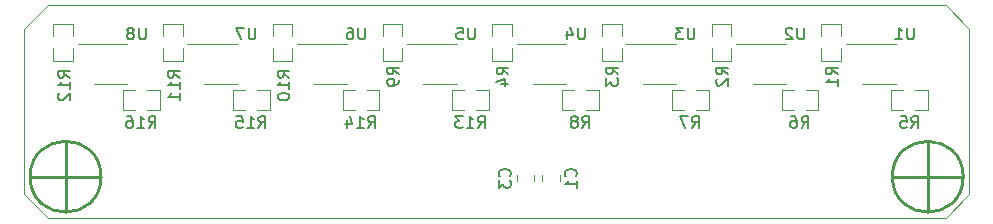
<source format=gbr>
%TF.GenerationSoftware,KiCad,Pcbnew,(7.0.0)*%
%TF.CreationDate,2023-10-30T21:48:48-03:00*%
%TF.ProjectId,QRE1113_Line_Sensors_x8,51524531-3131-4335-9f4c-696e655f5365,rev?*%
%TF.SameCoordinates,Original*%
%TF.FileFunction,Legend,Bot*%
%TF.FilePolarity,Positive*%
%FSLAX46Y46*%
G04 Gerber Fmt 4.6, Leading zero omitted, Abs format (unit mm)*
G04 Created by KiCad (PCBNEW (7.0.0)) date 2023-10-30 21:48:48*
%MOMM*%
%LPD*%
G01*
G04 APERTURE LIST*
%ADD10C,0.200000*%
%ADD11C,0.150000*%
%ADD12C,0.254000*%
%ADD13C,0.099060*%
%ADD14C,0.120000*%
%TA.AperFunction,Profile*%
%ADD15C,0.100000*%
%TD*%
G04 APERTURE END LIST*
D10*
%TO.C,R14*%
X149116207Y-66367380D02*
X149449540Y-65891190D01*
X149687635Y-66367380D02*
X149687635Y-65367380D01*
X149687635Y-65367380D02*
X149306683Y-65367380D01*
X149306683Y-65367380D02*
X149211445Y-65415000D01*
X149211445Y-65415000D02*
X149163826Y-65462619D01*
X149163826Y-65462619D02*
X149116207Y-65557857D01*
X149116207Y-65557857D02*
X149116207Y-65700714D01*
X149116207Y-65700714D02*
X149163826Y-65795952D01*
X149163826Y-65795952D02*
X149211445Y-65843571D01*
X149211445Y-65843571D02*
X149306683Y-65891190D01*
X149306683Y-65891190D02*
X149687635Y-65891190D01*
X148163826Y-66367380D02*
X148735254Y-66367380D01*
X148449540Y-66367380D02*
X148449540Y-65367380D01*
X148449540Y-65367380D02*
X148544778Y-65510238D01*
X148544778Y-65510238D02*
X148640016Y-65605476D01*
X148640016Y-65605476D02*
X148735254Y-65653095D01*
X147306683Y-65700714D02*
X147306683Y-66367380D01*
X147544778Y-65319761D02*
X147782873Y-66034047D01*
X147782873Y-66034047D02*
X147163826Y-66034047D01*
%TO.C,U8*%
X130284403Y-57867380D02*
X130284403Y-58676904D01*
X130284403Y-58676904D02*
X130236784Y-58772142D01*
X130236784Y-58772142D02*
X130189165Y-58819761D01*
X130189165Y-58819761D02*
X130093927Y-58867380D01*
X130093927Y-58867380D02*
X129903451Y-58867380D01*
X129903451Y-58867380D02*
X129808213Y-58819761D01*
X129808213Y-58819761D02*
X129760594Y-58772142D01*
X129760594Y-58772142D02*
X129712975Y-58676904D01*
X129712975Y-58676904D02*
X129712975Y-57867380D01*
X129093927Y-58295952D02*
X129189165Y-58248333D01*
X129189165Y-58248333D02*
X129236784Y-58200714D01*
X129236784Y-58200714D02*
X129284403Y-58105476D01*
X129284403Y-58105476D02*
X129284403Y-58057857D01*
X129284403Y-58057857D02*
X129236784Y-57962619D01*
X129236784Y-57962619D02*
X129189165Y-57915000D01*
X129189165Y-57915000D02*
X129093927Y-57867380D01*
X129093927Y-57867380D02*
X128903451Y-57867380D01*
X128903451Y-57867380D02*
X128808213Y-57915000D01*
X128808213Y-57915000D02*
X128760594Y-57962619D01*
X128760594Y-57962619D02*
X128712975Y-58057857D01*
X128712975Y-58057857D02*
X128712975Y-58105476D01*
X128712975Y-58105476D02*
X128760594Y-58200714D01*
X128760594Y-58200714D02*
X128808213Y-58248333D01*
X128808213Y-58248333D02*
X128903451Y-58295952D01*
X128903451Y-58295952D02*
X129093927Y-58295952D01*
X129093927Y-58295952D02*
X129189165Y-58343571D01*
X129189165Y-58343571D02*
X129236784Y-58391190D01*
X129236784Y-58391190D02*
X129284403Y-58486428D01*
X129284403Y-58486428D02*
X129284403Y-58676904D01*
X129284403Y-58676904D02*
X129236784Y-58772142D01*
X129236784Y-58772142D02*
X129189165Y-58819761D01*
X129189165Y-58819761D02*
X129093927Y-58867380D01*
X129093927Y-58867380D02*
X128903451Y-58867380D01*
X128903451Y-58867380D02*
X128808213Y-58819761D01*
X128808213Y-58819761D02*
X128760594Y-58772142D01*
X128760594Y-58772142D02*
X128712975Y-58676904D01*
X128712975Y-58676904D02*
X128712975Y-58486428D01*
X128712975Y-58486428D02*
X128760594Y-58391190D01*
X128760594Y-58391190D02*
X128808213Y-58343571D01*
X128808213Y-58343571D02*
X128903451Y-58295952D01*
%TO.C,R16*%
X130532356Y-66367380D02*
X130865689Y-65891190D01*
X131103784Y-66367380D02*
X131103784Y-65367380D01*
X131103784Y-65367380D02*
X130722832Y-65367380D01*
X130722832Y-65367380D02*
X130627594Y-65415000D01*
X130627594Y-65415000D02*
X130579975Y-65462619D01*
X130579975Y-65462619D02*
X130532356Y-65557857D01*
X130532356Y-65557857D02*
X130532356Y-65700714D01*
X130532356Y-65700714D02*
X130579975Y-65795952D01*
X130579975Y-65795952D02*
X130627594Y-65843571D01*
X130627594Y-65843571D02*
X130722832Y-65891190D01*
X130722832Y-65891190D02*
X131103784Y-65891190D01*
X129579975Y-66367380D02*
X130151403Y-66367380D01*
X129865689Y-66367380D02*
X129865689Y-65367380D01*
X129865689Y-65367380D02*
X129960927Y-65510238D01*
X129960927Y-65510238D02*
X130056165Y-65605476D01*
X130056165Y-65605476D02*
X130151403Y-65653095D01*
X128722832Y-65367380D02*
X128913308Y-65367380D01*
X128913308Y-65367380D02*
X129008546Y-65415000D01*
X129008546Y-65415000D02*
X129056165Y-65462619D01*
X129056165Y-65462619D02*
X129151403Y-65605476D01*
X129151403Y-65605476D02*
X129199022Y-65795952D01*
X129199022Y-65795952D02*
X129199022Y-66176904D01*
X129199022Y-66176904D02*
X129151403Y-66272142D01*
X129151403Y-66272142D02*
X129103784Y-66319761D01*
X129103784Y-66319761D02*
X129008546Y-66367380D01*
X129008546Y-66367380D02*
X128818070Y-66367380D01*
X128818070Y-66367380D02*
X128722832Y-66319761D01*
X128722832Y-66319761D02*
X128675213Y-66272142D01*
X128675213Y-66272142D02*
X128627594Y-66176904D01*
X128627594Y-66176904D02*
X128627594Y-65938809D01*
X128627594Y-65938809D02*
X128675213Y-65843571D01*
X128675213Y-65843571D02*
X128722832Y-65795952D01*
X128722832Y-65795952D02*
X128818070Y-65748333D01*
X128818070Y-65748333D02*
X129008546Y-65748333D01*
X129008546Y-65748333D02*
X129103784Y-65795952D01*
X129103784Y-65795952D02*
X129151403Y-65843571D01*
X129151403Y-65843571D02*
X129199022Y-65938809D01*
%TO.C,U1*%
X195327874Y-57867380D02*
X195327874Y-58676904D01*
X195327874Y-58676904D02*
X195280255Y-58772142D01*
X195280255Y-58772142D02*
X195232636Y-58819761D01*
X195232636Y-58819761D02*
X195137398Y-58867380D01*
X195137398Y-58867380D02*
X194946922Y-58867380D01*
X194946922Y-58867380D02*
X194851684Y-58819761D01*
X194851684Y-58819761D02*
X194804065Y-58772142D01*
X194804065Y-58772142D02*
X194756446Y-58676904D01*
X194756446Y-58676904D02*
X194756446Y-57867380D01*
X193756446Y-58867380D02*
X194327874Y-58867380D01*
X194042160Y-58867380D02*
X194042160Y-57867380D01*
X194042160Y-57867380D02*
X194137398Y-58010238D01*
X194137398Y-58010238D02*
X194232636Y-58105476D01*
X194232636Y-58105476D02*
X194327874Y-58153095D01*
%TO.C,C1*%
X166682142Y-70473333D02*
X166729761Y-70425714D01*
X166729761Y-70425714D02*
X166777380Y-70282857D01*
X166777380Y-70282857D02*
X166777380Y-70187619D01*
X166777380Y-70187619D02*
X166729761Y-70044762D01*
X166729761Y-70044762D02*
X166634523Y-69949524D01*
X166634523Y-69949524D02*
X166539285Y-69901905D01*
X166539285Y-69901905D02*
X166348809Y-69854286D01*
X166348809Y-69854286D02*
X166205952Y-69854286D01*
X166205952Y-69854286D02*
X166015476Y-69901905D01*
X166015476Y-69901905D02*
X165920238Y-69949524D01*
X165920238Y-69949524D02*
X165825000Y-70044762D01*
X165825000Y-70044762D02*
X165777380Y-70187619D01*
X165777380Y-70187619D02*
X165777380Y-70282857D01*
X165777380Y-70282857D02*
X165825000Y-70425714D01*
X165825000Y-70425714D02*
X165872619Y-70473333D01*
X166777380Y-71425714D02*
X166777380Y-70854286D01*
X166777380Y-71140000D02*
X165777380Y-71140000D01*
X165777380Y-71140000D02*
X165920238Y-71044762D01*
X165920238Y-71044762D02*
X166015476Y-70949524D01*
X166015476Y-70949524D02*
X166063095Y-70854286D01*
%TO.C,R12*%
X123867380Y-62107142D02*
X123391190Y-61773809D01*
X123867380Y-61535714D02*
X122867380Y-61535714D01*
X122867380Y-61535714D02*
X122867380Y-61916666D01*
X122867380Y-61916666D02*
X122915000Y-62011904D01*
X122915000Y-62011904D02*
X122962619Y-62059523D01*
X122962619Y-62059523D02*
X123057857Y-62107142D01*
X123057857Y-62107142D02*
X123200714Y-62107142D01*
X123200714Y-62107142D02*
X123295952Y-62059523D01*
X123295952Y-62059523D02*
X123343571Y-62011904D01*
X123343571Y-62011904D02*
X123391190Y-61916666D01*
X123391190Y-61916666D02*
X123391190Y-61535714D01*
X123867380Y-63059523D02*
X123867380Y-62488095D01*
X123867380Y-62773809D02*
X122867380Y-62773809D01*
X122867380Y-62773809D02*
X123010238Y-62678571D01*
X123010238Y-62678571D02*
X123105476Y-62583333D01*
X123105476Y-62583333D02*
X123153095Y-62488095D01*
X122962619Y-63440476D02*
X122915000Y-63488095D01*
X122915000Y-63488095D02*
X122867380Y-63583333D01*
X122867380Y-63583333D02*
X122867380Y-63821428D01*
X122867380Y-63821428D02*
X122915000Y-63916666D01*
X122915000Y-63916666D02*
X122962619Y-63964285D01*
X122962619Y-63964285D02*
X123057857Y-64011904D01*
X123057857Y-64011904D02*
X123153095Y-64011904D01*
X123153095Y-64011904D02*
X123295952Y-63964285D01*
X123295952Y-63964285D02*
X123867380Y-63392857D01*
X123867380Y-63392857D02*
X123867380Y-64011904D01*
%TO.C,U6*%
X148868254Y-57867380D02*
X148868254Y-58676904D01*
X148868254Y-58676904D02*
X148820635Y-58772142D01*
X148820635Y-58772142D02*
X148773016Y-58819761D01*
X148773016Y-58819761D02*
X148677778Y-58867380D01*
X148677778Y-58867380D02*
X148487302Y-58867380D01*
X148487302Y-58867380D02*
X148392064Y-58819761D01*
X148392064Y-58819761D02*
X148344445Y-58772142D01*
X148344445Y-58772142D02*
X148296826Y-58676904D01*
X148296826Y-58676904D02*
X148296826Y-57867380D01*
X147392064Y-57867380D02*
X147582540Y-57867380D01*
X147582540Y-57867380D02*
X147677778Y-57915000D01*
X147677778Y-57915000D02*
X147725397Y-57962619D01*
X147725397Y-57962619D02*
X147820635Y-58105476D01*
X147820635Y-58105476D02*
X147868254Y-58295952D01*
X147868254Y-58295952D02*
X147868254Y-58676904D01*
X147868254Y-58676904D02*
X147820635Y-58772142D01*
X147820635Y-58772142D02*
X147773016Y-58819761D01*
X147773016Y-58819761D02*
X147677778Y-58867380D01*
X147677778Y-58867380D02*
X147487302Y-58867380D01*
X147487302Y-58867380D02*
X147392064Y-58819761D01*
X147392064Y-58819761D02*
X147344445Y-58772142D01*
X147344445Y-58772142D02*
X147296826Y-58676904D01*
X147296826Y-58676904D02*
X147296826Y-58438809D01*
X147296826Y-58438809D02*
X147344445Y-58343571D01*
X147344445Y-58343571D02*
X147392064Y-58295952D01*
X147392064Y-58295952D02*
X147487302Y-58248333D01*
X147487302Y-58248333D02*
X147677778Y-58248333D01*
X147677778Y-58248333D02*
X147773016Y-58295952D01*
X147773016Y-58295952D02*
X147820635Y-58343571D01*
X147820635Y-58343571D02*
X147868254Y-58438809D01*
%TO.C,R8*%
X167223864Y-66367380D02*
X167557197Y-65891190D01*
X167795292Y-66367380D02*
X167795292Y-65367380D01*
X167795292Y-65367380D02*
X167414340Y-65367380D01*
X167414340Y-65367380D02*
X167319102Y-65415000D01*
X167319102Y-65415000D02*
X167271483Y-65462619D01*
X167271483Y-65462619D02*
X167223864Y-65557857D01*
X167223864Y-65557857D02*
X167223864Y-65700714D01*
X167223864Y-65700714D02*
X167271483Y-65795952D01*
X167271483Y-65795952D02*
X167319102Y-65843571D01*
X167319102Y-65843571D02*
X167414340Y-65891190D01*
X167414340Y-65891190D02*
X167795292Y-65891190D01*
X166652435Y-65795952D02*
X166747673Y-65748333D01*
X166747673Y-65748333D02*
X166795292Y-65700714D01*
X166795292Y-65700714D02*
X166842911Y-65605476D01*
X166842911Y-65605476D02*
X166842911Y-65557857D01*
X166842911Y-65557857D02*
X166795292Y-65462619D01*
X166795292Y-65462619D02*
X166747673Y-65415000D01*
X166747673Y-65415000D02*
X166652435Y-65367380D01*
X166652435Y-65367380D02*
X166461959Y-65367380D01*
X166461959Y-65367380D02*
X166366721Y-65415000D01*
X166366721Y-65415000D02*
X166319102Y-65462619D01*
X166319102Y-65462619D02*
X166271483Y-65557857D01*
X166271483Y-65557857D02*
X166271483Y-65605476D01*
X166271483Y-65605476D02*
X166319102Y-65700714D01*
X166319102Y-65700714D02*
X166366721Y-65748333D01*
X166366721Y-65748333D02*
X166461959Y-65795952D01*
X166461959Y-65795952D02*
X166652435Y-65795952D01*
X166652435Y-65795952D02*
X166747673Y-65843571D01*
X166747673Y-65843571D02*
X166795292Y-65891190D01*
X166795292Y-65891190D02*
X166842911Y-65986428D01*
X166842911Y-65986428D02*
X166842911Y-66176904D01*
X166842911Y-66176904D02*
X166795292Y-66272142D01*
X166795292Y-66272142D02*
X166747673Y-66319761D01*
X166747673Y-66319761D02*
X166652435Y-66367380D01*
X166652435Y-66367380D02*
X166461959Y-66367380D01*
X166461959Y-66367380D02*
X166366721Y-66319761D01*
X166366721Y-66319761D02*
X166319102Y-66272142D01*
X166319102Y-66272142D02*
X166271483Y-66176904D01*
X166271483Y-66176904D02*
X166271483Y-65986428D01*
X166271483Y-65986428D02*
X166319102Y-65891190D01*
X166319102Y-65891190D02*
X166366721Y-65843571D01*
X166366721Y-65843571D02*
X166461959Y-65795952D01*
%TO.C,R2*%
X179578090Y-61833333D02*
X179101900Y-61500000D01*
X179578090Y-61261905D02*
X178578090Y-61261905D01*
X178578090Y-61261905D02*
X178578090Y-61642857D01*
X178578090Y-61642857D02*
X178625710Y-61738095D01*
X178625710Y-61738095D02*
X178673329Y-61785714D01*
X178673329Y-61785714D02*
X178768567Y-61833333D01*
X178768567Y-61833333D02*
X178911424Y-61833333D01*
X178911424Y-61833333D02*
X179006662Y-61785714D01*
X179006662Y-61785714D02*
X179054281Y-61738095D01*
X179054281Y-61738095D02*
X179101900Y-61642857D01*
X179101900Y-61642857D02*
X179101900Y-61261905D01*
X178673329Y-62214286D02*
X178625710Y-62261905D01*
X178625710Y-62261905D02*
X178578090Y-62357143D01*
X178578090Y-62357143D02*
X178578090Y-62595238D01*
X178578090Y-62595238D02*
X178625710Y-62690476D01*
X178625710Y-62690476D02*
X178673329Y-62738095D01*
X178673329Y-62738095D02*
X178768567Y-62785714D01*
X178768567Y-62785714D02*
X178863805Y-62785714D01*
X178863805Y-62785714D02*
X179006662Y-62738095D01*
X179006662Y-62738095D02*
X179578090Y-62166667D01*
X179578090Y-62166667D02*
X179578090Y-62785714D01*
%TO.C,R4*%
X160999520Y-61833333D02*
X160523330Y-61500000D01*
X160999520Y-61261905D02*
X159999520Y-61261905D01*
X159999520Y-61261905D02*
X159999520Y-61642857D01*
X159999520Y-61642857D02*
X160047140Y-61738095D01*
X160047140Y-61738095D02*
X160094759Y-61785714D01*
X160094759Y-61785714D02*
X160189997Y-61833333D01*
X160189997Y-61833333D02*
X160332854Y-61833333D01*
X160332854Y-61833333D02*
X160428092Y-61785714D01*
X160428092Y-61785714D02*
X160475711Y-61738095D01*
X160475711Y-61738095D02*
X160523330Y-61642857D01*
X160523330Y-61642857D02*
X160523330Y-61261905D01*
X160332854Y-62690476D02*
X160999520Y-62690476D01*
X159951901Y-62452381D02*
X160666187Y-62214286D01*
X160666187Y-62214286D02*
X160666187Y-62833333D01*
%TO.C,R6*%
X185807712Y-66367380D02*
X186141045Y-65891190D01*
X186379140Y-66367380D02*
X186379140Y-65367380D01*
X186379140Y-65367380D02*
X185998188Y-65367380D01*
X185998188Y-65367380D02*
X185902950Y-65415000D01*
X185902950Y-65415000D02*
X185855331Y-65462619D01*
X185855331Y-65462619D02*
X185807712Y-65557857D01*
X185807712Y-65557857D02*
X185807712Y-65700714D01*
X185807712Y-65700714D02*
X185855331Y-65795952D01*
X185855331Y-65795952D02*
X185902950Y-65843571D01*
X185902950Y-65843571D02*
X185998188Y-65891190D01*
X185998188Y-65891190D02*
X186379140Y-65891190D01*
X184950569Y-65367380D02*
X185141045Y-65367380D01*
X185141045Y-65367380D02*
X185236283Y-65415000D01*
X185236283Y-65415000D02*
X185283902Y-65462619D01*
X185283902Y-65462619D02*
X185379140Y-65605476D01*
X185379140Y-65605476D02*
X185426759Y-65795952D01*
X185426759Y-65795952D02*
X185426759Y-66176904D01*
X185426759Y-66176904D02*
X185379140Y-66272142D01*
X185379140Y-66272142D02*
X185331521Y-66319761D01*
X185331521Y-66319761D02*
X185236283Y-66367380D01*
X185236283Y-66367380D02*
X185045807Y-66367380D01*
X185045807Y-66367380D02*
X184950569Y-66319761D01*
X184950569Y-66319761D02*
X184902950Y-66272142D01*
X184902950Y-66272142D02*
X184855331Y-66176904D01*
X184855331Y-66176904D02*
X184855331Y-65938809D01*
X184855331Y-65938809D02*
X184902950Y-65843571D01*
X184902950Y-65843571D02*
X184950569Y-65795952D01*
X184950569Y-65795952D02*
X185045807Y-65748333D01*
X185045807Y-65748333D02*
X185236283Y-65748333D01*
X185236283Y-65748333D02*
X185331521Y-65795952D01*
X185331521Y-65795952D02*
X185379140Y-65843571D01*
X185379140Y-65843571D02*
X185426759Y-65938809D01*
%TO.C,U4*%
X167452102Y-57867380D02*
X167452102Y-58676904D01*
X167452102Y-58676904D02*
X167404483Y-58772142D01*
X167404483Y-58772142D02*
X167356864Y-58819761D01*
X167356864Y-58819761D02*
X167261626Y-58867380D01*
X167261626Y-58867380D02*
X167071150Y-58867380D01*
X167071150Y-58867380D02*
X166975912Y-58819761D01*
X166975912Y-58819761D02*
X166928293Y-58772142D01*
X166928293Y-58772142D02*
X166880674Y-58676904D01*
X166880674Y-58676904D02*
X166880674Y-57867380D01*
X165975912Y-58200714D02*
X165975912Y-58867380D01*
X166214007Y-57819761D02*
X166452102Y-58534047D01*
X166452102Y-58534047D02*
X165833055Y-58534047D01*
%TO.C,U7*%
X139576330Y-57867380D02*
X139576330Y-58676904D01*
X139576330Y-58676904D02*
X139528711Y-58772142D01*
X139528711Y-58772142D02*
X139481092Y-58819761D01*
X139481092Y-58819761D02*
X139385854Y-58867380D01*
X139385854Y-58867380D02*
X139195378Y-58867380D01*
X139195378Y-58867380D02*
X139100140Y-58819761D01*
X139100140Y-58819761D02*
X139052521Y-58772142D01*
X139052521Y-58772142D02*
X139004902Y-58676904D01*
X139004902Y-58676904D02*
X139004902Y-57867380D01*
X138623949Y-57867380D02*
X137957283Y-57867380D01*
X137957283Y-57867380D02*
X138385854Y-58867380D01*
%TO.C,R3*%
X170288805Y-61833333D02*
X169812615Y-61500000D01*
X170288805Y-61261905D02*
X169288805Y-61261905D01*
X169288805Y-61261905D02*
X169288805Y-61642857D01*
X169288805Y-61642857D02*
X169336425Y-61738095D01*
X169336425Y-61738095D02*
X169384044Y-61785714D01*
X169384044Y-61785714D02*
X169479282Y-61833333D01*
X169479282Y-61833333D02*
X169622139Y-61833333D01*
X169622139Y-61833333D02*
X169717377Y-61785714D01*
X169717377Y-61785714D02*
X169764996Y-61738095D01*
X169764996Y-61738095D02*
X169812615Y-61642857D01*
X169812615Y-61642857D02*
X169812615Y-61261905D01*
X169288805Y-62166667D02*
X169288805Y-62785714D01*
X169288805Y-62785714D02*
X169669758Y-62452381D01*
X169669758Y-62452381D02*
X169669758Y-62595238D01*
X169669758Y-62595238D02*
X169717377Y-62690476D01*
X169717377Y-62690476D02*
X169764996Y-62738095D01*
X169764996Y-62738095D02*
X169860234Y-62785714D01*
X169860234Y-62785714D02*
X170098329Y-62785714D01*
X170098329Y-62785714D02*
X170193567Y-62738095D01*
X170193567Y-62738095D02*
X170241186Y-62690476D01*
X170241186Y-62690476D02*
X170288805Y-62595238D01*
X170288805Y-62595238D02*
X170288805Y-62309524D01*
X170288805Y-62309524D02*
X170241186Y-62214286D01*
X170241186Y-62214286D02*
X170193567Y-62166667D01*
%TO.C,R15*%
X139824283Y-66367380D02*
X140157616Y-65891190D01*
X140395711Y-66367380D02*
X140395711Y-65367380D01*
X140395711Y-65367380D02*
X140014759Y-65367380D01*
X140014759Y-65367380D02*
X139919521Y-65415000D01*
X139919521Y-65415000D02*
X139871902Y-65462619D01*
X139871902Y-65462619D02*
X139824283Y-65557857D01*
X139824283Y-65557857D02*
X139824283Y-65700714D01*
X139824283Y-65700714D02*
X139871902Y-65795952D01*
X139871902Y-65795952D02*
X139919521Y-65843571D01*
X139919521Y-65843571D02*
X140014759Y-65891190D01*
X140014759Y-65891190D02*
X140395711Y-65891190D01*
X138871902Y-66367380D02*
X139443330Y-66367380D01*
X139157616Y-66367380D02*
X139157616Y-65367380D01*
X139157616Y-65367380D02*
X139252854Y-65510238D01*
X139252854Y-65510238D02*
X139348092Y-65605476D01*
X139348092Y-65605476D02*
X139443330Y-65653095D01*
X137967140Y-65367380D02*
X138443330Y-65367380D01*
X138443330Y-65367380D02*
X138490949Y-65843571D01*
X138490949Y-65843571D02*
X138443330Y-65795952D01*
X138443330Y-65795952D02*
X138348092Y-65748333D01*
X138348092Y-65748333D02*
X138109997Y-65748333D01*
X138109997Y-65748333D02*
X138014759Y-65795952D01*
X138014759Y-65795952D02*
X137967140Y-65843571D01*
X137967140Y-65843571D02*
X137919521Y-65938809D01*
X137919521Y-65938809D02*
X137919521Y-66176904D01*
X137919521Y-66176904D02*
X137967140Y-66272142D01*
X137967140Y-66272142D02*
X138014759Y-66319761D01*
X138014759Y-66319761D02*
X138109997Y-66367380D01*
X138109997Y-66367380D02*
X138348092Y-66367380D01*
X138348092Y-66367380D02*
X138443330Y-66319761D01*
X138443330Y-66319761D02*
X138490949Y-66272142D01*
%TO.C,U3*%
X176744026Y-57867380D02*
X176744026Y-58676904D01*
X176744026Y-58676904D02*
X176696407Y-58772142D01*
X176696407Y-58772142D02*
X176648788Y-58819761D01*
X176648788Y-58819761D02*
X176553550Y-58867380D01*
X176553550Y-58867380D02*
X176363074Y-58867380D01*
X176363074Y-58867380D02*
X176267836Y-58819761D01*
X176267836Y-58819761D02*
X176220217Y-58772142D01*
X176220217Y-58772142D02*
X176172598Y-58676904D01*
X176172598Y-58676904D02*
X176172598Y-57867380D01*
X175791645Y-57867380D02*
X175172598Y-57867380D01*
X175172598Y-57867380D02*
X175505931Y-58248333D01*
X175505931Y-58248333D02*
X175363074Y-58248333D01*
X175363074Y-58248333D02*
X175267836Y-58295952D01*
X175267836Y-58295952D02*
X175220217Y-58343571D01*
X175220217Y-58343571D02*
X175172598Y-58438809D01*
X175172598Y-58438809D02*
X175172598Y-58676904D01*
X175172598Y-58676904D02*
X175220217Y-58772142D01*
X175220217Y-58772142D02*
X175267836Y-58819761D01*
X175267836Y-58819761D02*
X175363074Y-58867380D01*
X175363074Y-58867380D02*
X175648788Y-58867380D01*
X175648788Y-58867380D02*
X175744026Y-58819761D01*
X175744026Y-58819761D02*
X175791645Y-58772142D01*
%TO.C,R13*%
X158408131Y-66367380D02*
X158741464Y-65891190D01*
X158979559Y-66367380D02*
X158979559Y-65367380D01*
X158979559Y-65367380D02*
X158598607Y-65367380D01*
X158598607Y-65367380D02*
X158503369Y-65415000D01*
X158503369Y-65415000D02*
X158455750Y-65462619D01*
X158455750Y-65462619D02*
X158408131Y-65557857D01*
X158408131Y-65557857D02*
X158408131Y-65700714D01*
X158408131Y-65700714D02*
X158455750Y-65795952D01*
X158455750Y-65795952D02*
X158503369Y-65843571D01*
X158503369Y-65843571D02*
X158598607Y-65891190D01*
X158598607Y-65891190D02*
X158979559Y-65891190D01*
X157455750Y-66367380D02*
X158027178Y-66367380D01*
X157741464Y-66367380D02*
X157741464Y-65367380D01*
X157741464Y-65367380D02*
X157836702Y-65510238D01*
X157836702Y-65510238D02*
X157931940Y-65605476D01*
X157931940Y-65605476D02*
X158027178Y-65653095D01*
X157122416Y-65367380D02*
X156503369Y-65367380D01*
X156503369Y-65367380D02*
X156836702Y-65748333D01*
X156836702Y-65748333D02*
X156693845Y-65748333D01*
X156693845Y-65748333D02*
X156598607Y-65795952D01*
X156598607Y-65795952D02*
X156550988Y-65843571D01*
X156550988Y-65843571D02*
X156503369Y-65938809D01*
X156503369Y-65938809D02*
X156503369Y-66176904D01*
X156503369Y-66176904D02*
X156550988Y-66272142D01*
X156550988Y-66272142D02*
X156598607Y-66319761D01*
X156598607Y-66319761D02*
X156693845Y-66367380D01*
X156693845Y-66367380D02*
X156979559Y-66367380D01*
X156979559Y-66367380D02*
X157074797Y-66319761D01*
X157074797Y-66319761D02*
X157122416Y-66272142D01*
%TO.C,R9*%
X151710235Y-61833333D02*
X151234045Y-61500000D01*
X151710235Y-61261905D02*
X150710235Y-61261905D01*
X150710235Y-61261905D02*
X150710235Y-61642857D01*
X150710235Y-61642857D02*
X150757855Y-61738095D01*
X150757855Y-61738095D02*
X150805474Y-61785714D01*
X150805474Y-61785714D02*
X150900712Y-61833333D01*
X150900712Y-61833333D02*
X151043569Y-61833333D01*
X151043569Y-61833333D02*
X151138807Y-61785714D01*
X151138807Y-61785714D02*
X151186426Y-61738095D01*
X151186426Y-61738095D02*
X151234045Y-61642857D01*
X151234045Y-61642857D02*
X151234045Y-61261905D01*
X151710235Y-62309524D02*
X151710235Y-62500000D01*
X151710235Y-62500000D02*
X151662616Y-62595238D01*
X151662616Y-62595238D02*
X151614997Y-62642857D01*
X151614997Y-62642857D02*
X151472140Y-62738095D01*
X151472140Y-62738095D02*
X151281664Y-62785714D01*
X151281664Y-62785714D02*
X150900712Y-62785714D01*
X150900712Y-62785714D02*
X150805474Y-62738095D01*
X150805474Y-62738095D02*
X150757855Y-62690476D01*
X150757855Y-62690476D02*
X150710235Y-62595238D01*
X150710235Y-62595238D02*
X150710235Y-62404762D01*
X150710235Y-62404762D02*
X150757855Y-62309524D01*
X150757855Y-62309524D02*
X150805474Y-62261905D01*
X150805474Y-62261905D02*
X150900712Y-62214286D01*
X150900712Y-62214286D02*
X151138807Y-62214286D01*
X151138807Y-62214286D02*
X151234045Y-62261905D01*
X151234045Y-62261905D02*
X151281664Y-62309524D01*
X151281664Y-62309524D02*
X151329283Y-62404762D01*
X151329283Y-62404762D02*
X151329283Y-62595238D01*
X151329283Y-62595238D02*
X151281664Y-62690476D01*
X151281664Y-62690476D02*
X151234045Y-62738095D01*
X151234045Y-62738095D02*
X151138807Y-62785714D01*
%TO.C,R10*%
X142445950Y-62107142D02*
X141969760Y-61773809D01*
X142445950Y-61535714D02*
X141445950Y-61535714D01*
X141445950Y-61535714D02*
X141445950Y-61916666D01*
X141445950Y-61916666D02*
X141493570Y-62011904D01*
X141493570Y-62011904D02*
X141541189Y-62059523D01*
X141541189Y-62059523D02*
X141636427Y-62107142D01*
X141636427Y-62107142D02*
X141779284Y-62107142D01*
X141779284Y-62107142D02*
X141874522Y-62059523D01*
X141874522Y-62059523D02*
X141922141Y-62011904D01*
X141922141Y-62011904D02*
X141969760Y-61916666D01*
X141969760Y-61916666D02*
X141969760Y-61535714D01*
X142445950Y-63059523D02*
X142445950Y-62488095D01*
X142445950Y-62773809D02*
X141445950Y-62773809D01*
X141445950Y-62773809D02*
X141588808Y-62678571D01*
X141588808Y-62678571D02*
X141684046Y-62583333D01*
X141684046Y-62583333D02*
X141731665Y-62488095D01*
X141445950Y-63678571D02*
X141445950Y-63773809D01*
X141445950Y-63773809D02*
X141493570Y-63869047D01*
X141493570Y-63869047D02*
X141541189Y-63916666D01*
X141541189Y-63916666D02*
X141636427Y-63964285D01*
X141636427Y-63964285D02*
X141826903Y-64011904D01*
X141826903Y-64011904D02*
X142064998Y-64011904D01*
X142064998Y-64011904D02*
X142255474Y-63964285D01*
X142255474Y-63964285D02*
X142350712Y-63916666D01*
X142350712Y-63916666D02*
X142398331Y-63869047D01*
X142398331Y-63869047D02*
X142445950Y-63773809D01*
X142445950Y-63773809D02*
X142445950Y-63678571D01*
X142445950Y-63678571D02*
X142398331Y-63583333D01*
X142398331Y-63583333D02*
X142350712Y-63535714D01*
X142350712Y-63535714D02*
X142255474Y-63488095D01*
X142255474Y-63488095D02*
X142064998Y-63440476D01*
X142064998Y-63440476D02*
X141826903Y-63440476D01*
X141826903Y-63440476D02*
X141636427Y-63488095D01*
X141636427Y-63488095D02*
X141541189Y-63535714D01*
X141541189Y-63535714D02*
X141493570Y-63583333D01*
X141493570Y-63583333D02*
X141445950Y-63678571D01*
%TO.C,R1*%
X188867380Y-61833333D02*
X188391190Y-61500000D01*
X188867380Y-61261905D02*
X187867380Y-61261905D01*
X187867380Y-61261905D02*
X187867380Y-61642857D01*
X187867380Y-61642857D02*
X187915000Y-61738095D01*
X187915000Y-61738095D02*
X187962619Y-61785714D01*
X187962619Y-61785714D02*
X188057857Y-61833333D01*
X188057857Y-61833333D02*
X188200714Y-61833333D01*
X188200714Y-61833333D02*
X188295952Y-61785714D01*
X188295952Y-61785714D02*
X188343571Y-61738095D01*
X188343571Y-61738095D02*
X188391190Y-61642857D01*
X188391190Y-61642857D02*
X188391190Y-61261905D01*
X188867380Y-62785714D02*
X188867380Y-62214286D01*
X188867380Y-62500000D02*
X187867380Y-62500000D01*
X187867380Y-62500000D02*
X188010238Y-62404762D01*
X188010238Y-62404762D02*
X188105476Y-62309524D01*
X188105476Y-62309524D02*
X188153095Y-62214286D01*
%TO.C,R11*%
X133156665Y-62107142D02*
X132680475Y-61773809D01*
X133156665Y-61535714D02*
X132156665Y-61535714D01*
X132156665Y-61535714D02*
X132156665Y-61916666D01*
X132156665Y-61916666D02*
X132204285Y-62011904D01*
X132204285Y-62011904D02*
X132251904Y-62059523D01*
X132251904Y-62059523D02*
X132347142Y-62107142D01*
X132347142Y-62107142D02*
X132489999Y-62107142D01*
X132489999Y-62107142D02*
X132585237Y-62059523D01*
X132585237Y-62059523D02*
X132632856Y-62011904D01*
X132632856Y-62011904D02*
X132680475Y-61916666D01*
X132680475Y-61916666D02*
X132680475Y-61535714D01*
X133156665Y-63059523D02*
X133156665Y-62488095D01*
X133156665Y-62773809D02*
X132156665Y-62773809D01*
X132156665Y-62773809D02*
X132299523Y-62678571D01*
X132299523Y-62678571D02*
X132394761Y-62583333D01*
X132394761Y-62583333D02*
X132442380Y-62488095D01*
X133156665Y-64011904D02*
X133156665Y-63440476D01*
X133156665Y-63726190D02*
X132156665Y-63726190D01*
X132156665Y-63726190D02*
X132299523Y-63630952D01*
X132299523Y-63630952D02*
X132394761Y-63535714D01*
X132394761Y-63535714D02*
X132442380Y-63440476D01*
%TO.C,R5*%
X195099636Y-66367380D02*
X195432969Y-65891190D01*
X195671064Y-66367380D02*
X195671064Y-65367380D01*
X195671064Y-65367380D02*
X195290112Y-65367380D01*
X195290112Y-65367380D02*
X195194874Y-65415000D01*
X195194874Y-65415000D02*
X195147255Y-65462619D01*
X195147255Y-65462619D02*
X195099636Y-65557857D01*
X195099636Y-65557857D02*
X195099636Y-65700714D01*
X195099636Y-65700714D02*
X195147255Y-65795952D01*
X195147255Y-65795952D02*
X195194874Y-65843571D01*
X195194874Y-65843571D02*
X195290112Y-65891190D01*
X195290112Y-65891190D02*
X195671064Y-65891190D01*
X194194874Y-65367380D02*
X194671064Y-65367380D01*
X194671064Y-65367380D02*
X194718683Y-65843571D01*
X194718683Y-65843571D02*
X194671064Y-65795952D01*
X194671064Y-65795952D02*
X194575826Y-65748333D01*
X194575826Y-65748333D02*
X194337731Y-65748333D01*
X194337731Y-65748333D02*
X194242493Y-65795952D01*
X194242493Y-65795952D02*
X194194874Y-65843571D01*
X194194874Y-65843571D02*
X194147255Y-65938809D01*
X194147255Y-65938809D02*
X194147255Y-66176904D01*
X194147255Y-66176904D02*
X194194874Y-66272142D01*
X194194874Y-66272142D02*
X194242493Y-66319761D01*
X194242493Y-66319761D02*
X194337731Y-66367380D01*
X194337731Y-66367380D02*
X194575826Y-66367380D01*
X194575826Y-66367380D02*
X194671064Y-66319761D01*
X194671064Y-66319761D02*
X194718683Y-66272142D01*
D11*
%TO.C,C3*%
X161092142Y-70475833D02*
X161139761Y-70428214D01*
X161139761Y-70428214D02*
X161187380Y-70285357D01*
X161187380Y-70285357D02*
X161187380Y-70190119D01*
X161187380Y-70190119D02*
X161139761Y-70047262D01*
X161139761Y-70047262D02*
X161044523Y-69952024D01*
X161044523Y-69952024D02*
X160949285Y-69904405D01*
X160949285Y-69904405D02*
X160758809Y-69856786D01*
X160758809Y-69856786D02*
X160615952Y-69856786D01*
X160615952Y-69856786D02*
X160425476Y-69904405D01*
X160425476Y-69904405D02*
X160330238Y-69952024D01*
X160330238Y-69952024D02*
X160235000Y-70047262D01*
X160235000Y-70047262D02*
X160187380Y-70190119D01*
X160187380Y-70190119D02*
X160187380Y-70285357D01*
X160187380Y-70285357D02*
X160235000Y-70428214D01*
X160235000Y-70428214D02*
X160282619Y-70475833D01*
X160187380Y-70809167D02*
X160187380Y-71428214D01*
X160187380Y-71428214D02*
X160568333Y-71094881D01*
X160568333Y-71094881D02*
X160568333Y-71237738D01*
X160568333Y-71237738D02*
X160615952Y-71332976D01*
X160615952Y-71332976D02*
X160663571Y-71380595D01*
X160663571Y-71380595D02*
X160758809Y-71428214D01*
X160758809Y-71428214D02*
X160996904Y-71428214D01*
X160996904Y-71428214D02*
X161092142Y-71380595D01*
X161092142Y-71380595D02*
X161139761Y-71332976D01*
X161139761Y-71332976D02*
X161187380Y-71237738D01*
X161187380Y-71237738D02*
X161187380Y-70952024D01*
X161187380Y-70952024D02*
X161139761Y-70856786D01*
X161139761Y-70856786D02*
X161092142Y-70809167D01*
D10*
%TO.C,R7*%
X176515788Y-66367380D02*
X176849121Y-65891190D01*
X177087216Y-66367380D02*
X177087216Y-65367380D01*
X177087216Y-65367380D02*
X176706264Y-65367380D01*
X176706264Y-65367380D02*
X176611026Y-65415000D01*
X176611026Y-65415000D02*
X176563407Y-65462619D01*
X176563407Y-65462619D02*
X176515788Y-65557857D01*
X176515788Y-65557857D02*
X176515788Y-65700714D01*
X176515788Y-65700714D02*
X176563407Y-65795952D01*
X176563407Y-65795952D02*
X176611026Y-65843571D01*
X176611026Y-65843571D02*
X176706264Y-65891190D01*
X176706264Y-65891190D02*
X177087216Y-65891190D01*
X176182454Y-65367380D02*
X175515788Y-65367380D01*
X175515788Y-65367380D02*
X175944359Y-66367380D01*
%TO.C,U2*%
X186035950Y-57867380D02*
X186035950Y-58676904D01*
X186035950Y-58676904D02*
X185988331Y-58772142D01*
X185988331Y-58772142D02*
X185940712Y-58819761D01*
X185940712Y-58819761D02*
X185845474Y-58867380D01*
X185845474Y-58867380D02*
X185654998Y-58867380D01*
X185654998Y-58867380D02*
X185559760Y-58819761D01*
X185559760Y-58819761D02*
X185512141Y-58772142D01*
X185512141Y-58772142D02*
X185464522Y-58676904D01*
X185464522Y-58676904D02*
X185464522Y-57867380D01*
X185035950Y-57962619D02*
X184988331Y-57915000D01*
X184988331Y-57915000D02*
X184893093Y-57867380D01*
X184893093Y-57867380D02*
X184654998Y-57867380D01*
X184654998Y-57867380D02*
X184559760Y-57915000D01*
X184559760Y-57915000D02*
X184512141Y-57962619D01*
X184512141Y-57962619D02*
X184464522Y-58057857D01*
X184464522Y-58057857D02*
X184464522Y-58153095D01*
X184464522Y-58153095D02*
X184512141Y-58295952D01*
X184512141Y-58295952D02*
X185083569Y-58867380D01*
X185083569Y-58867380D02*
X184464522Y-58867380D01*
%TO.C,U5*%
X158160178Y-57867380D02*
X158160178Y-58676904D01*
X158160178Y-58676904D02*
X158112559Y-58772142D01*
X158112559Y-58772142D02*
X158064940Y-58819761D01*
X158064940Y-58819761D02*
X157969702Y-58867380D01*
X157969702Y-58867380D02*
X157779226Y-58867380D01*
X157779226Y-58867380D02*
X157683988Y-58819761D01*
X157683988Y-58819761D02*
X157636369Y-58772142D01*
X157636369Y-58772142D02*
X157588750Y-58676904D01*
X157588750Y-58676904D02*
X157588750Y-57867380D01*
X156636369Y-57867380D02*
X157112559Y-57867380D01*
X157112559Y-57867380D02*
X157160178Y-58343571D01*
X157160178Y-58343571D02*
X157112559Y-58295952D01*
X157112559Y-58295952D02*
X157017321Y-58248333D01*
X157017321Y-58248333D02*
X156779226Y-58248333D01*
X156779226Y-58248333D02*
X156683988Y-58295952D01*
X156683988Y-58295952D02*
X156636369Y-58343571D01*
X156636369Y-58343571D02*
X156588750Y-58438809D01*
X156588750Y-58438809D02*
X156588750Y-58676904D01*
X156588750Y-58676904D02*
X156636369Y-58772142D01*
X156636369Y-58772142D02*
X156683988Y-58819761D01*
X156683988Y-58819761D02*
X156779226Y-58867380D01*
X156779226Y-58867380D02*
X157017321Y-58867380D01*
X157017321Y-58867380D02*
X157112559Y-58819761D01*
X157112559Y-58819761D02*
X157160178Y-58772142D01*
D12*
%TO.C,H1*%
X120500000Y-70500000D02*
X126500000Y-70500000D01*
X123500000Y-67500000D02*
X123500000Y-73500000D01*
X126500000Y-70500000D02*
G75*
G03*
X126500000Y-70500000I-3000000J0D01*
G01*
%TO.C,H2*%
X193500000Y-70500000D02*
X199500000Y-70500000D01*
X196500000Y-67500000D02*
X196500000Y-73500000D01*
X199500000Y-70500000D02*
G75*
G03*
X199500000Y-70500000I-3000000J0D01*
G01*
D13*
%TO.C,R14*%
X146949350Y-63174500D02*
X146949350Y-64825500D01*
X146949350Y-64825500D02*
X147965350Y-64825500D01*
X147965350Y-63174500D02*
X146949350Y-63174500D01*
X148981350Y-64825500D02*
X150060850Y-64825500D01*
X150060850Y-63174500D02*
X148981350Y-63174500D01*
X150060850Y-64825500D02*
X150060850Y-63174500D01*
D14*
%TO.C,U8*%
X128722499Y-59240000D02*
X124522499Y-59240000D01*
X128722499Y-62640000D02*
X125922499Y-62640000D01*
D13*
%TO.C,R16*%
X128365499Y-63174500D02*
X128365499Y-64825500D01*
X128365499Y-64825500D02*
X129381499Y-64825500D01*
X129381499Y-63174500D02*
X128365499Y-63174500D01*
X130397499Y-64825500D02*
X131476999Y-64825500D01*
X131476999Y-63174500D02*
X130397499Y-63174500D01*
X131476999Y-64825500D02*
X131476999Y-63174500D01*
D14*
%TO.C,U1*%
X193765970Y-59240000D02*
X189565970Y-59240000D01*
X193765970Y-62640000D02*
X190965970Y-62640000D01*
%TO.C,C1*%
X163865000Y-70903752D02*
X163865000Y-70381248D01*
X165335000Y-70903752D02*
X165335000Y-70381248D01*
D13*
%TO.C,R12*%
X124125500Y-57563500D02*
X122474500Y-57563500D01*
X122474500Y-57563500D02*
X122474500Y-58579500D01*
X124125500Y-58579500D02*
X124125500Y-57563500D01*
X122474500Y-59595500D02*
X122474500Y-60675000D01*
X124125500Y-60675000D02*
X124125500Y-59595500D01*
X122474500Y-60675000D02*
X124125500Y-60675000D01*
D14*
%TO.C,U6*%
X147306350Y-59240000D02*
X143106350Y-59240000D01*
X147306350Y-62640000D02*
X144506350Y-62640000D01*
D13*
%TO.C,R8*%
X165533198Y-63174500D02*
X165533198Y-64825500D01*
X165533198Y-64825500D02*
X166549198Y-64825500D01*
X166549198Y-63174500D02*
X165533198Y-63174500D01*
X167565198Y-64825500D02*
X168644698Y-64825500D01*
X168644698Y-63174500D02*
X167565198Y-63174500D01*
X168644698Y-64825500D02*
X168644698Y-63174500D01*
%TO.C,R2*%
X179861210Y-57563500D02*
X178210210Y-57563500D01*
X178210210Y-57563500D02*
X178210210Y-58579500D01*
X179861210Y-58579500D02*
X179861210Y-57563500D01*
X178210210Y-59595500D02*
X178210210Y-60675000D01*
X179861210Y-60675000D02*
X179861210Y-59595500D01*
X178210210Y-60675000D02*
X179861210Y-60675000D01*
%TO.C,R4*%
X161282640Y-57563500D02*
X159631640Y-57563500D01*
X159631640Y-57563500D02*
X159631640Y-58579500D01*
X161282640Y-58579500D02*
X161282640Y-57563500D01*
X159631640Y-59595500D02*
X159631640Y-60675000D01*
X161282640Y-60675000D02*
X161282640Y-59595500D01*
X159631640Y-60675000D02*
X161282640Y-60675000D01*
%TO.C,R6*%
X184117046Y-63174500D02*
X184117046Y-64825500D01*
X184117046Y-64825500D02*
X185133046Y-64825500D01*
X185133046Y-63174500D02*
X184117046Y-63174500D01*
X186149046Y-64825500D02*
X187228546Y-64825500D01*
X187228546Y-63174500D02*
X186149046Y-63174500D01*
X187228546Y-64825500D02*
X187228546Y-63174500D01*
D14*
%TO.C,U4*%
X165890198Y-59240000D02*
X161690198Y-59240000D01*
X165890198Y-62640000D02*
X163090198Y-62640000D01*
%TO.C,U7*%
X138014426Y-59240000D02*
X133814426Y-59240000D01*
X138014426Y-62640000D02*
X135214426Y-62640000D01*
D13*
%TO.C,R3*%
X170571925Y-57563500D02*
X168920925Y-57563500D01*
X168920925Y-57563500D02*
X168920925Y-58579500D01*
X170571925Y-58579500D02*
X170571925Y-57563500D01*
X168920925Y-59595500D02*
X168920925Y-60675000D01*
X170571925Y-60675000D02*
X170571925Y-59595500D01*
X168920925Y-60675000D02*
X170571925Y-60675000D01*
%TO.C,R15*%
X137657426Y-63174500D02*
X137657426Y-64825500D01*
X137657426Y-64825500D02*
X138673426Y-64825500D01*
X138673426Y-63174500D02*
X137657426Y-63174500D01*
X139689426Y-64825500D02*
X140768926Y-64825500D01*
X140768926Y-63174500D02*
X139689426Y-63174500D01*
X140768926Y-64825500D02*
X140768926Y-63174500D01*
D14*
%TO.C,U3*%
X175182122Y-59240000D02*
X170982122Y-59240000D01*
X175182122Y-62640000D02*
X172382122Y-62640000D01*
D13*
%TO.C,R13*%
X156241274Y-63174500D02*
X156241274Y-64825500D01*
X156241274Y-64825500D02*
X157257274Y-64825500D01*
X157257274Y-63174500D02*
X156241274Y-63174500D01*
X158273274Y-64825500D02*
X159352774Y-64825500D01*
X159352774Y-63174500D02*
X158273274Y-63174500D01*
X159352774Y-64825500D02*
X159352774Y-63174500D01*
%TO.C,R9*%
X151993355Y-57563500D02*
X150342355Y-57563500D01*
X150342355Y-57563500D02*
X150342355Y-58579500D01*
X151993355Y-58579500D02*
X151993355Y-57563500D01*
X150342355Y-59595500D02*
X150342355Y-60675000D01*
X151993355Y-60675000D02*
X151993355Y-59595500D01*
X150342355Y-60675000D02*
X151993355Y-60675000D01*
%TO.C,R10*%
X142704070Y-57563500D02*
X141053070Y-57563500D01*
X141053070Y-57563500D02*
X141053070Y-58579500D01*
X142704070Y-58579500D02*
X142704070Y-57563500D01*
X141053070Y-59595500D02*
X141053070Y-60675000D01*
X142704070Y-60675000D02*
X142704070Y-59595500D01*
X141053070Y-60675000D02*
X142704070Y-60675000D01*
%TO.C,R1*%
X189150500Y-57563500D02*
X187499500Y-57563500D01*
X187499500Y-57563500D02*
X187499500Y-58579500D01*
X189150500Y-58579500D02*
X189150500Y-57563500D01*
X187499500Y-59595500D02*
X187499500Y-60675000D01*
X189150500Y-60675000D02*
X189150500Y-59595500D01*
X187499500Y-60675000D02*
X189150500Y-60675000D01*
%TO.C,R11*%
X133414785Y-57563500D02*
X131763785Y-57563500D01*
X131763785Y-57563500D02*
X131763785Y-58579500D01*
X133414785Y-58579500D02*
X133414785Y-57563500D01*
X131763785Y-59595500D02*
X131763785Y-60675000D01*
X133414785Y-60675000D02*
X133414785Y-59595500D01*
X131763785Y-60675000D02*
X133414785Y-60675000D01*
%TO.C,R5*%
X193408970Y-63174500D02*
X193408970Y-64825500D01*
X193408970Y-64825500D02*
X194424970Y-64825500D01*
X194424970Y-63174500D02*
X193408970Y-63174500D01*
X195440970Y-64825500D02*
X196520470Y-64825500D01*
X196520470Y-63174500D02*
X195440970Y-63174500D01*
X196520470Y-64825500D02*
X196520470Y-63174500D01*
D14*
%TO.C,C3*%
X161695000Y-70903752D02*
X161695000Y-70381248D01*
X163165000Y-70903752D02*
X163165000Y-70381248D01*
D13*
%TO.C,R7*%
X174825122Y-63174500D02*
X174825122Y-64825500D01*
X174825122Y-64825500D02*
X175841122Y-64825500D01*
X175841122Y-63174500D02*
X174825122Y-63174500D01*
X176857122Y-64825500D02*
X177936622Y-64825500D01*
X177936622Y-63174500D02*
X176857122Y-63174500D01*
X177936622Y-64825500D02*
X177936622Y-63174500D01*
D14*
%TO.C,U2*%
X184474046Y-59240000D02*
X180274046Y-59240000D01*
X184474046Y-62640000D02*
X181674046Y-62640000D01*
%TO.C,U5*%
X156598274Y-59240000D02*
X152398274Y-59240000D01*
X156598274Y-62640000D02*
X153798274Y-62640000D01*
%TD*%
D15*
X200000000Y-58000000D02*
X200000000Y-72000000D01*
X120000000Y-58000000D02*
X122000000Y-56000000D01*
X198000000Y-74000000D02*
X122000000Y-74000000D01*
X120000000Y-72000000D02*
X120000000Y-58000000D01*
X122000000Y-74000000D02*
X120000000Y-72000000D01*
X122000000Y-56000000D02*
X198000000Y-56000000D01*
X200000000Y-72000000D02*
X198000000Y-74000000D01*
X198000000Y-56000000D02*
X200000000Y-58000000D01*
M02*

</source>
